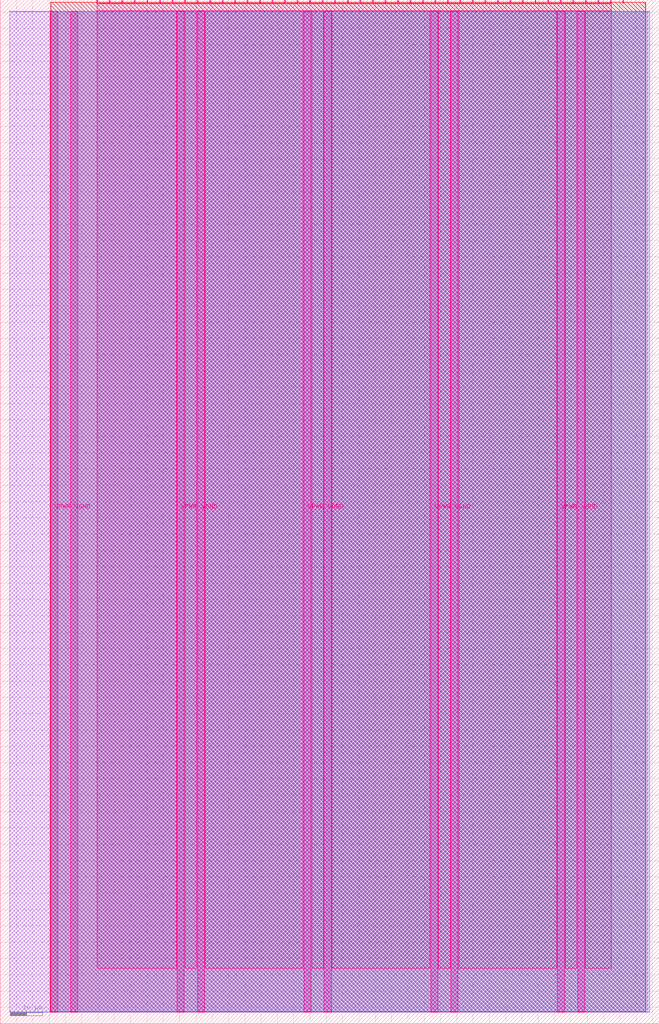
<source format=lef>
VERSION 5.7 ;
  NOWIREEXTENSIONATPIN ON ;
  DIVIDERCHAR "/" ;
  BUSBITCHARS "[]" ;
MACRO tt_um_wokwi_413387065339458561
  CLASS BLOCK ;
  FOREIGN tt_um_wokwi_413387065339458561 ;
  ORIGIN 0.000 0.000 ;
  SIZE 202.080 BY 313.740 ;
  PIN VGND
    DIRECTION INOUT ;
    USE GROUND ;
    PORT
      LAYER Metal5 ;
        RECT 21.580 3.560 23.780 310.180 ;
    END
    PORT
      LAYER Metal5 ;
        RECT 60.450 3.560 62.650 310.180 ;
    END
    PORT
      LAYER Metal5 ;
        RECT 99.320 3.560 101.520 310.180 ;
    END
    PORT
      LAYER Metal5 ;
        RECT 138.190 3.560 140.390 310.180 ;
    END
    PORT
      LAYER Metal5 ;
        RECT 177.060 3.560 179.260 310.180 ;
    END
  END VGND
  PIN VPWR
    DIRECTION INOUT ;
    USE POWER ;
    PORT
      LAYER Metal5 ;
        RECT 15.380 3.560 17.580 310.180 ;
    END
    PORT
      LAYER Metal5 ;
        RECT 54.250 3.560 56.450 310.180 ;
    END
    PORT
      LAYER Metal5 ;
        RECT 93.120 3.560 95.320 310.180 ;
    END
    PORT
      LAYER Metal5 ;
        RECT 131.990 3.560 134.190 310.180 ;
    END
    PORT
      LAYER Metal5 ;
        RECT 170.860 3.560 173.060 310.180 ;
    END
  END VPWR
  PIN clk
    DIRECTION INPUT ;
    USE SIGNAL ;
    ANTENNAGATEAREA 0.213200 ;
    PORT
      LAYER Metal5 ;
        RECT 187.050 312.740 187.350 313.740 ;
    END
  END clk
  PIN ena
    DIRECTION INPUT ;
    USE SIGNAL ;
    PORT
      LAYER Metal5 ;
        RECT 190.890 312.740 191.190 313.740 ;
    END
  END ena
  PIN rst_n
    DIRECTION INPUT ;
    USE SIGNAL ;
    ANTENNAGATEAREA 0.213200 ;
    PORT
      LAYER Metal5 ;
        RECT 183.210 312.740 183.510 313.740 ;
    END
  END rst_n
  PIN ui_in[0]
    DIRECTION INPUT ;
    USE SIGNAL ;
    ANTENNAGATEAREA 0.180700 ;
    PORT
      LAYER Metal5 ;
        RECT 179.370 312.740 179.670 313.740 ;
    END
  END ui_in[0]
  PIN ui_in[1]
    DIRECTION INPUT ;
    USE SIGNAL ;
    ANTENNAGATEAREA 0.314600 ;
    PORT
      LAYER Metal5 ;
        RECT 175.530 312.740 175.830 313.740 ;
    END
  END ui_in[1]
  PIN ui_in[2]
    DIRECTION INPUT ;
    USE SIGNAL ;
    PORT
      LAYER Metal5 ;
        RECT 171.690 312.740 171.990 313.740 ;
    END
  END ui_in[2]
  PIN ui_in[3]
    DIRECTION INPUT ;
    USE SIGNAL ;
    PORT
      LAYER Metal5 ;
        RECT 167.850 312.740 168.150 313.740 ;
    END
  END ui_in[3]
  PIN ui_in[4]
    DIRECTION INPUT ;
    USE SIGNAL ;
    PORT
      LAYER Metal5 ;
        RECT 164.010 312.740 164.310 313.740 ;
    END
  END ui_in[4]
  PIN ui_in[5]
    DIRECTION INPUT ;
    USE SIGNAL ;
    PORT
      LAYER Metal5 ;
        RECT 160.170 312.740 160.470 313.740 ;
    END
  END ui_in[5]
  PIN ui_in[6]
    DIRECTION INPUT ;
    USE SIGNAL ;
    PORT
      LAYER Metal5 ;
        RECT 156.330 312.740 156.630 313.740 ;
    END
  END ui_in[6]
  PIN ui_in[7]
    DIRECTION INPUT ;
    USE SIGNAL ;
    PORT
      LAYER Metal5 ;
        RECT 152.490 312.740 152.790 313.740 ;
    END
  END ui_in[7]
  PIN uio_in[0]
    DIRECTION INPUT ;
    USE SIGNAL ;
    PORT
      LAYER Metal5 ;
        RECT 148.650 312.740 148.950 313.740 ;
    END
  END uio_in[0]
  PIN uio_in[1]
    DIRECTION INPUT ;
    USE SIGNAL ;
    PORT
      LAYER Metal5 ;
        RECT 144.810 312.740 145.110 313.740 ;
    END
  END uio_in[1]
  PIN uio_in[2]
    DIRECTION INPUT ;
    USE SIGNAL ;
    PORT
      LAYER Metal5 ;
        RECT 140.970 312.740 141.270 313.740 ;
    END
  END uio_in[2]
  PIN uio_in[3]
    DIRECTION INPUT ;
    USE SIGNAL ;
    PORT
      LAYER Metal5 ;
        RECT 137.130 312.740 137.430 313.740 ;
    END
  END uio_in[3]
  PIN uio_in[4]
    DIRECTION INPUT ;
    USE SIGNAL ;
    PORT
      LAYER Metal5 ;
        RECT 133.290 312.740 133.590 313.740 ;
    END
  END uio_in[4]
  PIN uio_in[5]
    DIRECTION INPUT ;
    USE SIGNAL ;
    PORT
      LAYER Metal5 ;
        RECT 129.450 312.740 129.750 313.740 ;
    END
  END uio_in[5]
  PIN uio_in[6]
    DIRECTION INPUT ;
    USE SIGNAL ;
    PORT
      LAYER Metal5 ;
        RECT 125.610 312.740 125.910 313.740 ;
    END
  END uio_in[6]
  PIN uio_in[7]
    DIRECTION INPUT ;
    USE SIGNAL ;
    PORT
      LAYER Metal5 ;
        RECT 121.770 312.740 122.070 313.740 ;
    END
  END uio_in[7]
  PIN uio_oe[0]
    DIRECTION OUTPUT ;
    USE SIGNAL ;
    ANTENNADIFFAREA 0.299200 ;
    PORT
      LAYER Metal5 ;
        RECT 56.490 312.740 56.790 313.740 ;
    END
  END uio_oe[0]
  PIN uio_oe[1]
    DIRECTION OUTPUT ;
    USE SIGNAL ;
    ANTENNADIFFAREA 0.299200 ;
    PORT
      LAYER Metal5 ;
        RECT 52.650 312.740 52.950 313.740 ;
    END
  END uio_oe[1]
  PIN uio_oe[2]
    DIRECTION OUTPUT ;
    USE SIGNAL ;
    ANTENNADIFFAREA 0.299200 ;
    PORT
      LAYER Metal5 ;
        RECT 48.810 312.740 49.110 313.740 ;
    END
  END uio_oe[2]
  PIN uio_oe[3]
    DIRECTION OUTPUT ;
    USE SIGNAL ;
    ANTENNADIFFAREA 0.299200 ;
    PORT
      LAYER Metal5 ;
        RECT 44.970 312.740 45.270 313.740 ;
    END
  END uio_oe[3]
  PIN uio_oe[4]
    DIRECTION OUTPUT ;
    USE SIGNAL ;
    ANTENNADIFFAREA 0.299200 ;
    PORT
      LAYER Metal5 ;
        RECT 41.130 312.740 41.430 313.740 ;
    END
  END uio_oe[4]
  PIN uio_oe[5]
    DIRECTION OUTPUT ;
    USE SIGNAL ;
    ANTENNADIFFAREA 0.299200 ;
    PORT
      LAYER Metal5 ;
        RECT 37.290 312.740 37.590 313.740 ;
    END
  END uio_oe[5]
  PIN uio_oe[6]
    DIRECTION OUTPUT ;
    USE SIGNAL ;
    ANTENNADIFFAREA 0.299200 ;
    PORT
      LAYER Metal5 ;
        RECT 33.450 312.740 33.750 313.740 ;
    END
  END uio_oe[6]
  PIN uio_oe[7]
    DIRECTION OUTPUT ;
    USE SIGNAL ;
    ANTENNADIFFAREA 0.299200 ;
    PORT
      LAYER Metal5 ;
        RECT 29.610 312.740 29.910 313.740 ;
    END
  END uio_oe[7]
  PIN uio_out[0]
    DIRECTION OUTPUT ;
    USE SIGNAL ;
    ANTENNADIFFAREA 0.299200 ;
    PORT
      LAYER Metal5 ;
        RECT 87.210 312.740 87.510 313.740 ;
    END
  END uio_out[0]
  PIN uio_out[1]
    DIRECTION OUTPUT ;
    USE SIGNAL ;
    ANTENNADIFFAREA 0.299200 ;
    PORT
      LAYER Metal5 ;
        RECT 83.370 312.740 83.670 313.740 ;
    END
  END uio_out[1]
  PIN uio_out[2]
    DIRECTION OUTPUT ;
    USE SIGNAL ;
    ANTENNADIFFAREA 0.299200 ;
    PORT
      LAYER Metal5 ;
        RECT 79.530 312.740 79.830 313.740 ;
    END
  END uio_out[2]
  PIN uio_out[3]
    DIRECTION OUTPUT ;
    USE SIGNAL ;
    ANTENNADIFFAREA 0.299200 ;
    PORT
      LAYER Metal5 ;
        RECT 75.690 312.740 75.990 313.740 ;
    END
  END uio_out[3]
  PIN uio_out[4]
    DIRECTION OUTPUT ;
    USE SIGNAL ;
    ANTENNADIFFAREA 0.299200 ;
    PORT
      LAYER Metal5 ;
        RECT 71.850 312.740 72.150 313.740 ;
    END
  END uio_out[4]
  PIN uio_out[5]
    DIRECTION OUTPUT ;
    USE SIGNAL ;
    ANTENNADIFFAREA 0.299200 ;
    PORT
      LAYER Metal5 ;
        RECT 68.010 312.740 68.310 313.740 ;
    END
  END uio_out[5]
  PIN uio_out[6]
    DIRECTION OUTPUT ;
    USE SIGNAL ;
    ANTENNADIFFAREA 0.299200 ;
    PORT
      LAYER Metal5 ;
        RECT 64.170 312.740 64.470 313.740 ;
    END
  END uio_out[6]
  PIN uio_out[7]
    DIRECTION OUTPUT ;
    USE SIGNAL ;
    ANTENNADIFFAREA 0.299200 ;
    PORT
      LAYER Metal5 ;
        RECT 60.330 312.740 60.630 313.740 ;
    END
  END uio_out[7]
  PIN uo_out[0]
    DIRECTION OUTPUT ;
    USE SIGNAL ;
    ANTENNADIFFAREA 1.413600 ;
    PORT
      LAYER Metal5 ;
        RECT 117.930 312.740 118.230 313.740 ;
    END
  END uo_out[0]
  PIN uo_out[1]
    DIRECTION OUTPUT ;
    USE SIGNAL ;
    ANTENNADIFFAREA 0.654800 ;
    PORT
      LAYER Metal5 ;
        RECT 114.090 312.740 114.390 313.740 ;
    END
  END uo_out[1]
  PIN uo_out[2]
    DIRECTION OUTPUT ;
    USE SIGNAL ;
    ANTENNADIFFAREA 0.299200 ;
    PORT
      LAYER Metal5 ;
        RECT 110.250 312.740 110.550 313.740 ;
    END
  END uo_out[2]
  PIN uo_out[3]
    DIRECTION OUTPUT ;
    USE SIGNAL ;
    ANTENNADIFFAREA 0.299200 ;
    PORT
      LAYER Metal5 ;
        RECT 106.410 312.740 106.710 313.740 ;
    END
  END uo_out[3]
  PIN uo_out[4]
    DIRECTION OUTPUT ;
    USE SIGNAL ;
    ANTENNADIFFAREA 0.299200 ;
    PORT
      LAYER Metal5 ;
        RECT 102.570 312.740 102.870 313.740 ;
    END
  END uo_out[4]
  PIN uo_out[5]
    DIRECTION OUTPUT ;
    USE SIGNAL ;
    ANTENNADIFFAREA 0.299200 ;
    PORT
      LAYER Metal5 ;
        RECT 98.730 312.740 99.030 313.740 ;
    END
  END uo_out[5]
  PIN uo_out[6]
    DIRECTION OUTPUT ;
    USE SIGNAL ;
    ANTENNADIFFAREA 0.299200 ;
    PORT
      LAYER Metal5 ;
        RECT 94.890 312.740 95.190 313.740 ;
    END
  END uo_out[6]
  PIN uo_out[7]
    DIRECTION OUTPUT ;
    USE SIGNAL ;
    ANTENNADIFFAREA 0.299200 ;
    PORT
      LAYER Metal5 ;
        RECT 91.050 312.740 91.350 313.740 ;
    END
  END uo_out[7]
  OBS
      LAYER GatPoly ;
        RECT 2.880 3.630 199.200 310.110 ;
      LAYER Metal1 ;
        RECT 2.880 3.560 199.200 310.180 ;
      LAYER Metal2 ;
        RECT 15.515 3.680 198.515 310.060 ;
      LAYER Metal3 ;
        RECT 15.560 3.635 197.860 313.045 ;
      LAYER Metal4 ;
        RECT 15.515 3.680 197.905 313.000 ;
      LAYER Metal5 ;
        RECT 30.120 312.530 33.240 312.740 ;
        RECT 33.960 312.530 37.080 312.740 ;
        RECT 37.800 312.530 40.920 312.740 ;
        RECT 41.640 312.530 44.760 312.740 ;
        RECT 45.480 312.530 48.600 312.740 ;
        RECT 49.320 312.530 52.440 312.740 ;
        RECT 53.160 312.530 56.280 312.740 ;
        RECT 57.000 312.530 60.120 312.740 ;
        RECT 60.840 312.530 63.960 312.740 ;
        RECT 64.680 312.530 67.800 312.740 ;
        RECT 68.520 312.530 71.640 312.740 ;
        RECT 72.360 312.530 75.480 312.740 ;
        RECT 76.200 312.530 79.320 312.740 ;
        RECT 80.040 312.530 83.160 312.740 ;
        RECT 83.880 312.530 87.000 312.740 ;
        RECT 87.720 312.530 90.840 312.740 ;
        RECT 91.560 312.530 94.680 312.740 ;
        RECT 95.400 312.530 98.520 312.740 ;
        RECT 99.240 312.530 102.360 312.740 ;
        RECT 103.080 312.530 106.200 312.740 ;
        RECT 106.920 312.530 110.040 312.740 ;
        RECT 110.760 312.530 113.880 312.740 ;
        RECT 114.600 312.530 117.720 312.740 ;
        RECT 118.440 312.530 121.560 312.740 ;
        RECT 122.280 312.530 125.400 312.740 ;
        RECT 126.120 312.530 129.240 312.740 ;
        RECT 129.960 312.530 133.080 312.740 ;
        RECT 133.800 312.530 136.920 312.740 ;
        RECT 137.640 312.530 140.760 312.740 ;
        RECT 141.480 312.530 144.600 312.740 ;
        RECT 145.320 312.530 148.440 312.740 ;
        RECT 149.160 312.530 152.280 312.740 ;
        RECT 153.000 312.530 156.120 312.740 ;
        RECT 156.840 312.530 159.960 312.740 ;
        RECT 160.680 312.530 163.800 312.740 ;
        RECT 164.520 312.530 167.640 312.740 ;
        RECT 168.360 312.530 171.480 312.740 ;
        RECT 172.200 312.530 175.320 312.740 ;
        RECT 176.040 312.530 179.160 312.740 ;
        RECT 179.880 312.530 183.000 312.740 ;
        RECT 183.720 312.530 186.840 312.740 ;
        RECT 29.660 310.390 187.300 312.530 ;
        RECT 29.660 17.075 54.040 310.390 ;
        RECT 56.660 17.075 60.240 310.390 ;
        RECT 62.860 17.075 92.910 310.390 ;
        RECT 95.530 17.075 99.110 310.390 ;
        RECT 101.730 17.075 131.780 310.390 ;
        RECT 134.400 17.075 137.980 310.390 ;
        RECT 140.600 17.075 170.650 310.390 ;
        RECT 173.270 17.075 176.850 310.390 ;
        RECT 179.470 17.075 187.300 310.390 ;
  END
END tt_um_wokwi_413387065339458561
END LIBRARY


</source>
